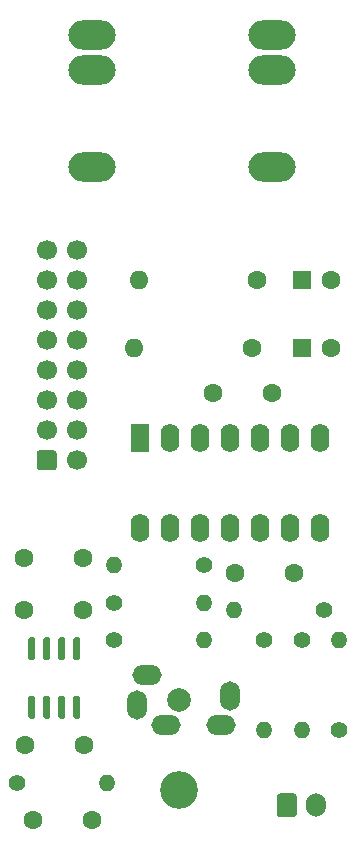
<source format=gbr>
%TF.GenerationSoftware,KiCad,Pcbnew,(5.1.10)-1*%
%TF.CreationDate,2022-02-04T18:44:23-05:00*%
%TF.ProjectId,BIGRIG_OUTPUT,42494752-4947-45f4-9f55-545055542e6b,rev?*%
%TF.SameCoordinates,Original*%
%TF.FileFunction,Soldermask,Bot*%
%TF.FilePolarity,Negative*%
%FSLAX46Y46*%
G04 Gerber Fmt 4.6, Leading zero omitted, Abs format (unit mm)*
G04 Created by KiCad (PCBNEW (5.1.10)-1) date 2022-02-04 18:44:23*
%MOMM*%
%LPD*%
G01*
G04 APERTURE LIST*
%ADD10O,1.400000X1.400000*%
%ADD11C,1.400000*%
%ADD12C,3.200000*%
%ADD13C,1.600000*%
%ADD14R,1.600000X1.600000*%
%ADD15O,1.600000X1.600000*%
%ADD16C,1.700000*%
%ADD17O,4.000000X2.500000*%
%ADD18O,2.500000X1.700000*%
%ADD19O,1.700000X2.500000*%
%ADD20C,2.000000*%
%ADD21O,1.700000X2.000000*%
%ADD22R,1.600000X2.400000*%
%ADD23O,1.600000X2.400000*%
G04 APERTURE END LIST*
D10*
%TO.C,R15*%
X49530000Y-76835000D03*
D11*
X57150000Y-76835000D03*
%TD*%
D12*
%TO.C,REF\u002A\u002A*%
X55000000Y-95885000D03*
%TD*%
D13*
%TO.C,C2*%
X67905000Y-52705000D03*
D14*
X65405000Y-52705000D03*
%TD*%
D13*
%TO.C,C3*%
X62865000Y-62230000D03*
X57865000Y-62230000D03*
%TD*%
%TO.C,C4*%
X59770000Y-77470000D03*
X64770000Y-77470000D03*
%TD*%
D14*
%TO.C,C5*%
X65405000Y-58420000D03*
D13*
X67905000Y-58420000D03*
%TD*%
%TO.C,C8*%
X42625000Y-98425000D03*
X47625000Y-98425000D03*
%TD*%
%TO.C,C9*%
X46990000Y-92075000D03*
X41990000Y-92075000D03*
%TD*%
%TO.C,C12*%
X46910000Y-80645000D03*
X41910000Y-80645000D03*
%TD*%
%TO.C,C13*%
X41910000Y-76200000D03*
X46910000Y-76200000D03*
%TD*%
%TO.C,FB2*%
X61214000Y-58420000D03*
D15*
X51214000Y-58420000D03*
%TD*%
%TO.C,FB3*%
X51595000Y-52705000D03*
D13*
X61595000Y-52705000D03*
%TD*%
%TO.C,IC1*%
G36*
G01*
X46505000Y-89810000D02*
X46205000Y-89810000D01*
G75*
G02*
X46055000Y-89660000I0J150000D01*
G01*
X46055000Y-88010000D01*
G75*
G02*
X46205000Y-87860000I150000J0D01*
G01*
X46505000Y-87860000D01*
G75*
G02*
X46655000Y-88010000I0J-150000D01*
G01*
X46655000Y-89660000D01*
G75*
G02*
X46505000Y-89810000I-150000J0D01*
G01*
G37*
G36*
G01*
X45235000Y-89810000D02*
X44935000Y-89810000D01*
G75*
G02*
X44785000Y-89660000I0J150000D01*
G01*
X44785000Y-88010000D01*
G75*
G02*
X44935000Y-87860000I150000J0D01*
G01*
X45235000Y-87860000D01*
G75*
G02*
X45385000Y-88010000I0J-150000D01*
G01*
X45385000Y-89660000D01*
G75*
G02*
X45235000Y-89810000I-150000J0D01*
G01*
G37*
G36*
G01*
X43965000Y-89810000D02*
X43665000Y-89810000D01*
G75*
G02*
X43515000Y-89660000I0J150000D01*
G01*
X43515000Y-88010000D01*
G75*
G02*
X43665000Y-87860000I150000J0D01*
G01*
X43965000Y-87860000D01*
G75*
G02*
X44115000Y-88010000I0J-150000D01*
G01*
X44115000Y-89660000D01*
G75*
G02*
X43965000Y-89810000I-150000J0D01*
G01*
G37*
G36*
G01*
X42695000Y-89810000D02*
X42395000Y-89810000D01*
G75*
G02*
X42245000Y-89660000I0J150000D01*
G01*
X42245000Y-88010000D01*
G75*
G02*
X42395000Y-87860000I150000J0D01*
G01*
X42695000Y-87860000D01*
G75*
G02*
X42845000Y-88010000I0J-150000D01*
G01*
X42845000Y-89660000D01*
G75*
G02*
X42695000Y-89810000I-150000J0D01*
G01*
G37*
G36*
G01*
X42695000Y-84860000D02*
X42395000Y-84860000D01*
G75*
G02*
X42245000Y-84710000I0J150000D01*
G01*
X42245000Y-83060000D01*
G75*
G02*
X42395000Y-82910000I150000J0D01*
G01*
X42695000Y-82910000D01*
G75*
G02*
X42845000Y-83060000I0J-150000D01*
G01*
X42845000Y-84710000D01*
G75*
G02*
X42695000Y-84860000I-150000J0D01*
G01*
G37*
G36*
G01*
X43965000Y-84860000D02*
X43665000Y-84860000D01*
G75*
G02*
X43515000Y-84710000I0J150000D01*
G01*
X43515000Y-83060000D01*
G75*
G02*
X43665000Y-82910000I150000J0D01*
G01*
X43965000Y-82910000D01*
G75*
G02*
X44115000Y-83060000I0J-150000D01*
G01*
X44115000Y-84710000D01*
G75*
G02*
X43965000Y-84860000I-150000J0D01*
G01*
G37*
G36*
G01*
X45235000Y-84860000D02*
X44935000Y-84860000D01*
G75*
G02*
X44785000Y-84710000I0J150000D01*
G01*
X44785000Y-83060000D01*
G75*
G02*
X44935000Y-82910000I150000J0D01*
G01*
X45235000Y-82910000D01*
G75*
G02*
X45385000Y-83060000I0J-150000D01*
G01*
X45385000Y-84710000D01*
G75*
G02*
X45235000Y-84860000I-150000J0D01*
G01*
G37*
G36*
G01*
X46505000Y-84860000D02*
X46205000Y-84860000D01*
G75*
G02*
X46055000Y-84710000I0J150000D01*
G01*
X46055000Y-83060000D01*
G75*
G02*
X46205000Y-82910000I150000J0D01*
G01*
X46505000Y-82910000D01*
G75*
G02*
X46655000Y-83060000I0J-150000D01*
G01*
X46655000Y-84710000D01*
G75*
G02*
X46505000Y-84860000I-150000J0D01*
G01*
G37*
%TD*%
%TO.C,J1*%
G36*
G01*
X42965000Y-68545000D02*
X42965000Y-67345000D01*
G75*
G02*
X43215000Y-67095000I250000J0D01*
G01*
X44415000Y-67095000D01*
G75*
G02*
X44665000Y-67345000I0J-250000D01*
G01*
X44665000Y-68545000D01*
G75*
G02*
X44415000Y-68795000I-250000J0D01*
G01*
X43215000Y-68795000D01*
G75*
G02*
X42965000Y-68545000I0J250000D01*
G01*
G37*
D16*
X43815000Y-65405000D03*
X43815000Y-62865000D03*
X43815000Y-60325000D03*
X43815000Y-57785000D03*
X43815000Y-55245000D03*
X43815000Y-52705000D03*
X43815000Y-50165000D03*
X46355000Y-67945000D03*
X46355000Y-65405000D03*
X46355000Y-62865000D03*
X46355000Y-60325000D03*
X46355000Y-57785000D03*
X46355000Y-55245000D03*
X46355000Y-52705000D03*
X46355000Y-50165000D03*
%TD*%
D17*
%TO.C,J2*%
X62865000Y-31925000D03*
X62865000Y-34925000D03*
X62865000Y-43125000D03*
%TD*%
%TO.C,J3*%
X47625000Y-43125000D03*
X47625000Y-34925000D03*
X47625000Y-31925000D03*
%TD*%
D18*
%TO.C,J4*%
X52300000Y-86140000D03*
X58600000Y-90390000D03*
D19*
X59350000Y-87865000D03*
D18*
X53900000Y-90390000D03*
D19*
X51450000Y-88665000D03*
D20*
X55000000Y-88265000D03*
%TD*%
%TO.C,J5*%
G36*
G01*
X63285000Y-97905000D02*
X63285000Y-96405000D01*
G75*
G02*
X63535000Y-96155000I250000J0D01*
G01*
X64735000Y-96155000D01*
G75*
G02*
X64985000Y-96405000I0J-250000D01*
G01*
X64985000Y-97905000D01*
G75*
G02*
X64735000Y-98155000I-250000J0D01*
G01*
X63535000Y-98155000D01*
G75*
G02*
X63285000Y-97905000I0J250000D01*
G01*
G37*
D21*
X66635000Y-97155000D03*
%TD*%
D10*
%TO.C,R9*%
X57150000Y-80010000D03*
D11*
X49530000Y-80010000D03*
%TD*%
%TO.C,R10*%
X41275000Y-95250000D03*
D10*
X48895000Y-95250000D03*
%TD*%
%TO.C,R11*%
X62230000Y-90805000D03*
D11*
X62230000Y-83185000D03*
%TD*%
%TO.C,R12*%
X65405000Y-83185000D03*
D10*
X65405000Y-90805000D03*
%TD*%
D11*
%TO.C,R13*%
X67310000Y-80645000D03*
D10*
X59690000Y-80645000D03*
%TD*%
%TO.C,R14*%
X68580000Y-83185000D03*
D11*
X68580000Y-90805000D03*
%TD*%
%TO.C,R16*%
X49530000Y-83185000D03*
D10*
X57150000Y-83185000D03*
%TD*%
D22*
%TO.C,U1*%
X51689000Y-66040000D03*
D23*
X66929000Y-73660000D03*
X54229000Y-66040000D03*
X64389000Y-73660000D03*
X56769000Y-66040000D03*
X61849000Y-73660000D03*
X59309000Y-66040000D03*
X59309000Y-73660000D03*
X61849000Y-66040000D03*
X56769000Y-73660000D03*
X64389000Y-66040000D03*
X54229000Y-73660000D03*
X66929000Y-66040000D03*
X51689000Y-73660000D03*
%TD*%
M02*

</source>
